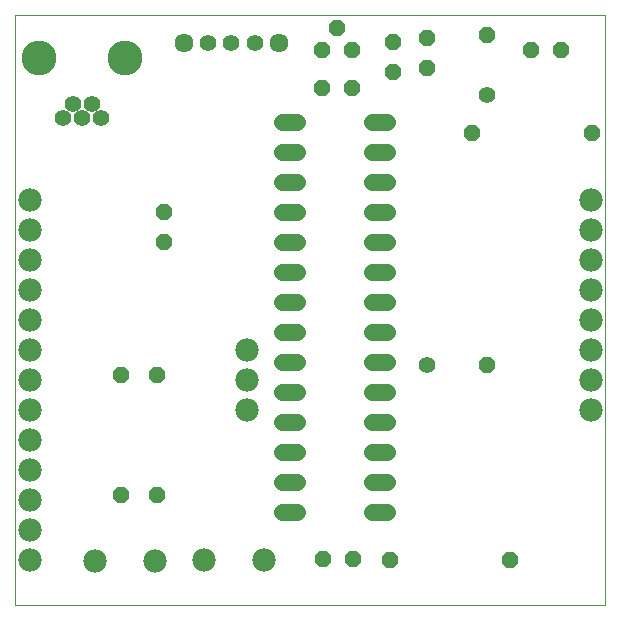
<source format=gbs>
G75*
%MOIN*%
%OFA0B0*%
%FSLAX25Y25*%
%IPPOS*%
%LPD*%
%AMOC8*
5,1,8,0,0,1.08239X$1,22.5*
%
%ADD10C,0.00000*%
%ADD11OC8,0.05600*%
%ADD12C,0.05600*%
%ADD13C,0.05550*%
%ADD14C,0.11620*%
%ADD15C,0.05600*%
%ADD16C,0.06337*%
%ADD17C,0.07800*%
D10*
X0005060Y0001800D02*
X0005060Y0198650D01*
X0201910Y0198650D01*
X0201910Y0001800D01*
X0005060Y0001800D01*
D11*
X0040375Y0038670D03*
X0052560Y0038670D03*
X0052560Y0078670D03*
X0040375Y0078670D03*
X0054745Y0122725D03*
X0054745Y0132725D03*
X0107560Y0174300D03*
X0117560Y0174300D03*
X0117560Y0186800D03*
X0112560Y0194300D03*
X0107560Y0186800D03*
X0131005Y0189576D03*
X0131005Y0179576D03*
X0142540Y0180855D03*
X0142540Y0190855D03*
X0162560Y0191800D03*
X0177245Y0186800D03*
X0187245Y0186800D03*
X0197560Y0159300D03*
X0157560Y0159300D03*
X0162560Y0081800D03*
X0170060Y0016800D03*
X0130060Y0016800D03*
X0117875Y0017135D03*
X0107875Y0017135D03*
D12*
X0142560Y0081800D03*
X0162560Y0171800D03*
D13*
X0085119Y0189300D03*
X0077245Y0189300D03*
X0069371Y0189300D03*
X0033859Y0164221D03*
X0030710Y0168946D03*
X0027560Y0164221D03*
X0024410Y0168946D03*
X0021261Y0164221D03*
D14*
X0013190Y0184300D03*
X0041930Y0184300D03*
D15*
X0094035Y0162745D02*
X0099235Y0162745D01*
X0099235Y0152745D02*
X0094035Y0152745D01*
X0094035Y0142745D02*
X0099235Y0142745D01*
X0099235Y0132745D02*
X0094035Y0132745D01*
X0094035Y0122745D02*
X0099235Y0122745D01*
X0099235Y0112745D02*
X0094035Y0112745D01*
X0094035Y0102745D02*
X0099235Y0102745D01*
X0099235Y0092745D02*
X0094035Y0092745D01*
X0094035Y0082745D02*
X0099235Y0082745D01*
X0099235Y0072745D02*
X0094035Y0072745D01*
X0094035Y0062745D02*
X0099235Y0062745D01*
X0099235Y0052745D02*
X0094035Y0052745D01*
X0094035Y0042745D02*
X0099235Y0042745D01*
X0099235Y0032745D02*
X0094035Y0032745D01*
X0124035Y0032745D02*
X0129235Y0032745D01*
X0129235Y0042745D02*
X0124035Y0042745D01*
X0124035Y0052745D02*
X0129235Y0052745D01*
X0129235Y0062745D02*
X0124035Y0062745D01*
X0124035Y0072745D02*
X0129235Y0072745D01*
X0129235Y0082745D02*
X0124035Y0082745D01*
X0124035Y0092745D02*
X0129235Y0092745D01*
X0129235Y0102745D02*
X0124035Y0102745D01*
X0124035Y0112745D02*
X0129235Y0112745D01*
X0129235Y0122745D02*
X0124035Y0122745D01*
X0124035Y0132745D02*
X0129235Y0132745D01*
X0129235Y0142745D02*
X0124035Y0142745D01*
X0124035Y0152745D02*
X0129235Y0152745D01*
X0129235Y0162745D02*
X0124035Y0162745D01*
D16*
X0092993Y0189300D03*
X0061497Y0189300D03*
D17*
X0010060Y0136800D03*
X0010060Y0126800D03*
X0010060Y0116800D03*
X0010060Y0106800D03*
X0010060Y0096800D03*
X0010060Y0086800D03*
X0010060Y0076800D03*
X0010060Y0066800D03*
X0010060Y0056800D03*
X0010060Y0046800D03*
X0010060Y0036800D03*
X0010060Y0026800D03*
X0010060Y0016800D03*
X0031950Y0016485D03*
X0051950Y0016485D03*
X0068190Y0016800D03*
X0088190Y0016800D03*
X0082560Y0066800D03*
X0082560Y0076800D03*
X0082560Y0086800D03*
X0197060Y0086800D03*
X0197060Y0076800D03*
X0197060Y0066800D03*
X0197060Y0096800D03*
X0197060Y0106800D03*
X0197060Y0116800D03*
X0197060Y0126800D03*
X0197060Y0136800D03*
M02*

</source>
